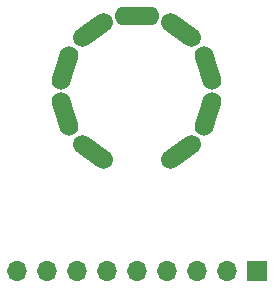
<source format=gbr>
%TF.GenerationSoftware,KiCad,Pcbnew,(6.0.5)*%
%TF.CreationDate,2023-01-12T15:22:18-05:00*%
%TF.ProjectId,12ax7_socket,31326178-375f-4736-9f63-6b65742e6b69,rev?*%
%TF.SameCoordinates,Original*%
%TF.FileFunction,Soldermask,Top*%
%TF.FilePolarity,Negative*%
%FSLAX46Y46*%
G04 Gerber Fmt 4.6, Leading zero omitted, Abs format (unit mm)*
G04 Created by KiCad (PCBNEW (6.0.5)) date 2023-01-12 15:22:18*
%MOMM*%
%LPD*%
G01*
G04 APERTURE LIST*
G04 Aperture macros list*
%AMHorizOval*
0 Thick line with rounded ends*
0 $1 width*
0 $2 $3 position (X,Y) of the first rounded end (center of the circle)*
0 $4 $5 position (X,Y) of the second rounded end (center of the circle)*
0 Add line between two ends*
20,1,$1,$2,$3,$4,$5,0*
0 Add two circle primitives to create the rounded ends*
1,1,$1,$2,$3*
1,1,$1,$4,$5*%
G04 Aperture macros list end*
%ADD10HorizOval,1.600000X-0.889919X-0.646564X0.889919X0.646564X0*%
%ADD11HorizOval,1.600000X-0.339919X-1.046162X0.339919X1.046162X0*%
%ADD12HorizOval,1.600000X-0.339919X1.046162X0.339919X-1.046162X0*%
%ADD13HorizOval,1.600000X-0.889919X0.646564X0.889919X-0.646564X0*%
%ADD14O,3.800000X1.600000*%
%ADD15R,1.700000X1.700000*%
%ADD16O,1.700000X1.700000*%
G04 APERTURE END LIST*
D10*
%TO.C,U1*%
X163752436Y-99117258D03*
D11*
X166059209Y-95942258D03*
D12*
X166059209Y-92017742D03*
D13*
X163752436Y-88842742D03*
D14*
X160020000Y-87630000D03*
D10*
X156287564Y-88842742D03*
D11*
X153980791Y-92017742D03*
D12*
X153980791Y-95942258D03*
D13*
X156287564Y-99117258D03*
%TD*%
D15*
%TO.C,J1*%
X170170000Y-109220000D03*
D16*
X167630000Y-109220000D03*
X165090000Y-109220000D03*
X162550000Y-109220000D03*
X160010000Y-109220000D03*
X157470000Y-109220000D03*
X154930000Y-109220000D03*
X152390000Y-109220000D03*
X149850000Y-109220000D03*
%TD*%
M02*

</source>
